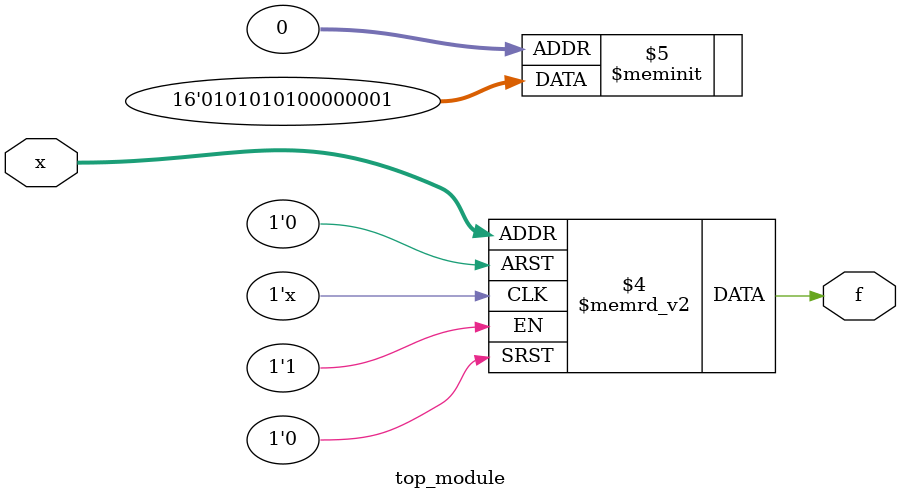
<source format=sv>
module top_module (
    input [4:1] x,
    output logic f
);

always_comb begin
    case (x)
        4'b0000, 4'b1000, 4'b1010, 4'b1100, 4'b1110: f = 1'b1;
        4'b0001, 4'b0010, 4'b0011, 4'b0100, 4'b0101, 4'b0110, 4'b0111, 4'b1001, 4'b1011, 4'b1101, 4'b1111: f = 1'b0;
        default: f = 1'bx;
    endcase
end

endmodule

</source>
